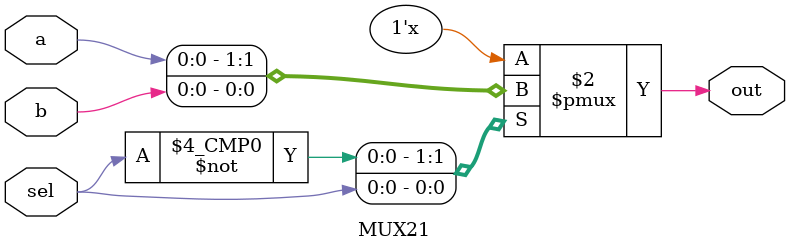
<source format=v>
module MUX21(out,sel,a,b);
  output out;
  input a,b;
  input sel;
  reg out;

  always@(sel or a or b)
      case(sel)
          1'b0: out=a;
          1'b1: out=b;          
      endcase
endmodule
</source>
